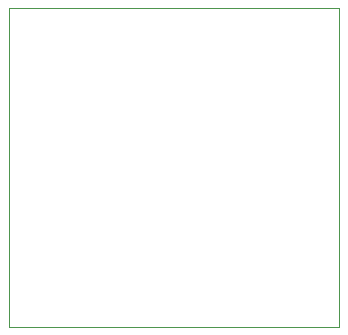
<source format=gbr>
%TF.GenerationSoftware,KiCad,Pcbnew,8.0.5*%
%TF.CreationDate,2025-10-24T23:35:40+02:00*%
%TF.ProjectId,U2O,55324f2e-6b69-4636-9164-5f7063625858,rev?*%
%TF.SameCoordinates,Original*%
%TF.FileFunction,Profile,NP*%
%FSLAX46Y46*%
G04 Gerber Fmt 4.6, Leading zero omitted, Abs format (unit mm)*
G04 Created by KiCad (PCBNEW 8.0.5) date 2025-10-24 23:35:40*
%MOMM*%
%LPD*%
G01*
G04 APERTURE LIST*
%TA.AperFunction,Profile*%
%ADD10C,0.050000*%
%TD*%
G04 APERTURE END LIST*
D10*
X18250000Y-16340000D02*
X46250000Y-16340000D01*
X46250000Y-43340000D01*
X18250000Y-43340000D01*
X18250000Y-16340000D01*
M02*

</source>
